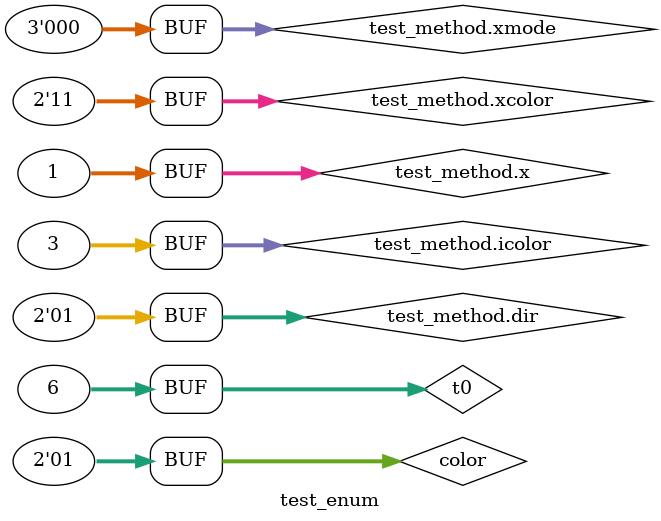
<source format=sv>

module test_enum // "tenum"
(
);

// Variables generated for SystemC signals
logic signed [31:0] t0;

// Local parameters generated for C++ constants
localparam logic [1:0] nm = 3;
localparam logic [2:0] mode_const = '0;
localparam logic [1:0] color_const = 2;

//------------------------------------------------------------------------------
// Method process: test_method (test_enum.cpp:29:5) 

// Process-local variables
logic [1:0] color;

always_comb 
begin : test_method     // test_enum.cpp:29:5
    logic [1:0] xcolor;
    logic [2:0] xmode;
    integer icolor;
    logic [1:0] dir;
    integer x;
    color = 1;
    xcolor = color_const;
    xmode = mode_const;
    icolor = 3;
    xcolor = 3;
    dir = 1;
    x = 0;
    x = 1;
    t0 = icolor + signed'({1'b0, xcolor}) + signed'({1'b0, xmode});
end

endmodule



</source>
